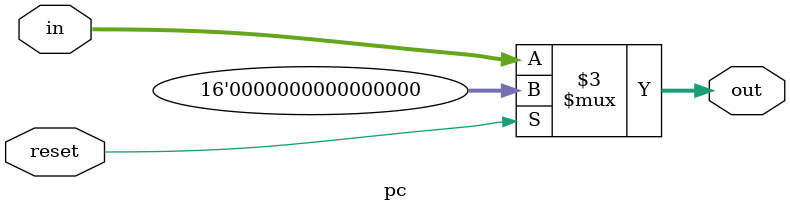
<source format=v>
module pc(in, out, reset);
	input[15:0] in;
	input reset;
	output reg [15:0] out;
	
	
	
	always@(*)
	begin
		if(reset)
		begin
			out = 16'b0;
		end
		else
		begin
			out=in;
		end
	end
endmodule

</source>
